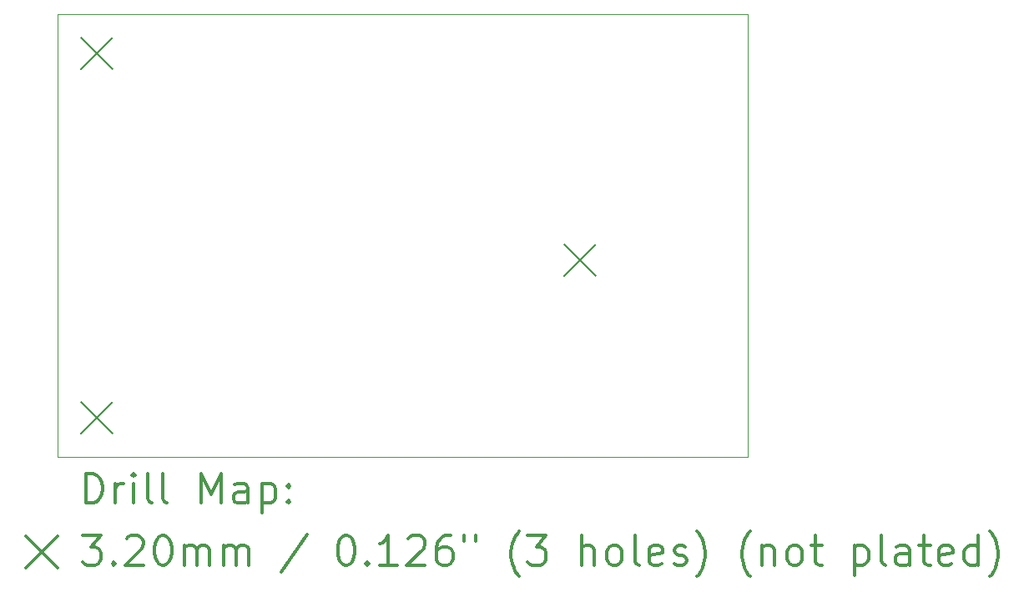
<source format=gbr>
%FSLAX45Y45*%
G04 Gerber Fmt 4.5, Leading zero omitted, Abs format (unit mm)*
G04 Created by KiCad (PCBNEW (5.1.4)-1) date 2020-02-18 17:56:02*
%MOMM*%
%LPD*%
G04 APERTURE LIST*
%ADD10C,0.050000*%
%ADD11C,0.200000*%
%ADD12C,0.300000*%
G04 APERTURE END LIST*
D10*
X10000000Y-9500000D02*
X10000000Y-5000000D01*
X17000000Y-9500000D02*
X10000000Y-9500000D01*
X17000000Y-5000000D02*
X17000000Y-9500000D01*
X10000000Y-5000000D02*
X17000000Y-5000000D01*
D11*
X15140000Y-7340000D02*
X15460000Y-7660000D01*
X15460000Y-7340000D02*
X15140000Y-7660000D01*
X10240000Y-5240000D02*
X10560000Y-5560000D01*
X10560000Y-5240000D02*
X10240000Y-5560000D01*
X10240000Y-8940000D02*
X10560000Y-9260000D01*
X10560000Y-8940000D02*
X10240000Y-9260000D01*
D12*
X10283928Y-9968214D02*
X10283928Y-9668214D01*
X10355357Y-9668214D01*
X10398214Y-9682500D01*
X10426786Y-9711072D01*
X10441071Y-9739643D01*
X10455357Y-9796786D01*
X10455357Y-9839643D01*
X10441071Y-9896786D01*
X10426786Y-9925357D01*
X10398214Y-9953929D01*
X10355357Y-9968214D01*
X10283928Y-9968214D01*
X10583928Y-9968214D02*
X10583928Y-9768214D01*
X10583928Y-9825357D02*
X10598214Y-9796786D01*
X10612500Y-9782500D01*
X10641071Y-9768214D01*
X10669643Y-9768214D01*
X10769643Y-9968214D02*
X10769643Y-9768214D01*
X10769643Y-9668214D02*
X10755357Y-9682500D01*
X10769643Y-9696786D01*
X10783928Y-9682500D01*
X10769643Y-9668214D01*
X10769643Y-9696786D01*
X10955357Y-9968214D02*
X10926786Y-9953929D01*
X10912500Y-9925357D01*
X10912500Y-9668214D01*
X11112500Y-9968214D02*
X11083928Y-9953929D01*
X11069643Y-9925357D01*
X11069643Y-9668214D01*
X11455357Y-9968214D02*
X11455357Y-9668214D01*
X11555357Y-9882500D01*
X11655357Y-9668214D01*
X11655357Y-9968214D01*
X11926786Y-9968214D02*
X11926786Y-9811072D01*
X11912500Y-9782500D01*
X11883928Y-9768214D01*
X11826786Y-9768214D01*
X11798214Y-9782500D01*
X11926786Y-9953929D02*
X11898214Y-9968214D01*
X11826786Y-9968214D01*
X11798214Y-9953929D01*
X11783928Y-9925357D01*
X11783928Y-9896786D01*
X11798214Y-9868214D01*
X11826786Y-9853929D01*
X11898214Y-9853929D01*
X11926786Y-9839643D01*
X12069643Y-9768214D02*
X12069643Y-10068214D01*
X12069643Y-9782500D02*
X12098214Y-9768214D01*
X12155357Y-9768214D01*
X12183928Y-9782500D01*
X12198214Y-9796786D01*
X12212500Y-9825357D01*
X12212500Y-9911072D01*
X12198214Y-9939643D01*
X12183928Y-9953929D01*
X12155357Y-9968214D01*
X12098214Y-9968214D01*
X12069643Y-9953929D01*
X12341071Y-9939643D02*
X12355357Y-9953929D01*
X12341071Y-9968214D01*
X12326786Y-9953929D01*
X12341071Y-9939643D01*
X12341071Y-9968214D01*
X12341071Y-9782500D02*
X12355357Y-9796786D01*
X12341071Y-9811072D01*
X12326786Y-9796786D01*
X12341071Y-9782500D01*
X12341071Y-9811072D01*
X9677500Y-10302500D02*
X9997500Y-10622500D01*
X9997500Y-10302500D02*
X9677500Y-10622500D01*
X10255357Y-10298214D02*
X10441071Y-10298214D01*
X10341071Y-10412500D01*
X10383928Y-10412500D01*
X10412500Y-10426786D01*
X10426786Y-10441072D01*
X10441071Y-10469643D01*
X10441071Y-10541072D01*
X10426786Y-10569643D01*
X10412500Y-10583929D01*
X10383928Y-10598214D01*
X10298214Y-10598214D01*
X10269643Y-10583929D01*
X10255357Y-10569643D01*
X10569643Y-10569643D02*
X10583928Y-10583929D01*
X10569643Y-10598214D01*
X10555357Y-10583929D01*
X10569643Y-10569643D01*
X10569643Y-10598214D01*
X10698214Y-10326786D02*
X10712500Y-10312500D01*
X10741071Y-10298214D01*
X10812500Y-10298214D01*
X10841071Y-10312500D01*
X10855357Y-10326786D01*
X10869643Y-10355357D01*
X10869643Y-10383929D01*
X10855357Y-10426786D01*
X10683928Y-10598214D01*
X10869643Y-10598214D01*
X11055357Y-10298214D02*
X11083928Y-10298214D01*
X11112500Y-10312500D01*
X11126786Y-10326786D01*
X11141071Y-10355357D01*
X11155357Y-10412500D01*
X11155357Y-10483929D01*
X11141071Y-10541072D01*
X11126786Y-10569643D01*
X11112500Y-10583929D01*
X11083928Y-10598214D01*
X11055357Y-10598214D01*
X11026786Y-10583929D01*
X11012500Y-10569643D01*
X10998214Y-10541072D01*
X10983928Y-10483929D01*
X10983928Y-10412500D01*
X10998214Y-10355357D01*
X11012500Y-10326786D01*
X11026786Y-10312500D01*
X11055357Y-10298214D01*
X11283928Y-10598214D02*
X11283928Y-10398214D01*
X11283928Y-10426786D02*
X11298214Y-10412500D01*
X11326786Y-10398214D01*
X11369643Y-10398214D01*
X11398214Y-10412500D01*
X11412500Y-10441072D01*
X11412500Y-10598214D01*
X11412500Y-10441072D02*
X11426786Y-10412500D01*
X11455357Y-10398214D01*
X11498214Y-10398214D01*
X11526786Y-10412500D01*
X11541071Y-10441072D01*
X11541071Y-10598214D01*
X11683928Y-10598214D02*
X11683928Y-10398214D01*
X11683928Y-10426786D02*
X11698214Y-10412500D01*
X11726786Y-10398214D01*
X11769643Y-10398214D01*
X11798214Y-10412500D01*
X11812500Y-10441072D01*
X11812500Y-10598214D01*
X11812500Y-10441072D02*
X11826786Y-10412500D01*
X11855357Y-10398214D01*
X11898214Y-10398214D01*
X11926786Y-10412500D01*
X11941071Y-10441072D01*
X11941071Y-10598214D01*
X12526786Y-10283929D02*
X12269643Y-10669643D01*
X12912500Y-10298214D02*
X12941071Y-10298214D01*
X12969643Y-10312500D01*
X12983928Y-10326786D01*
X12998214Y-10355357D01*
X13012500Y-10412500D01*
X13012500Y-10483929D01*
X12998214Y-10541072D01*
X12983928Y-10569643D01*
X12969643Y-10583929D01*
X12941071Y-10598214D01*
X12912500Y-10598214D01*
X12883928Y-10583929D01*
X12869643Y-10569643D01*
X12855357Y-10541072D01*
X12841071Y-10483929D01*
X12841071Y-10412500D01*
X12855357Y-10355357D01*
X12869643Y-10326786D01*
X12883928Y-10312500D01*
X12912500Y-10298214D01*
X13141071Y-10569643D02*
X13155357Y-10583929D01*
X13141071Y-10598214D01*
X13126786Y-10583929D01*
X13141071Y-10569643D01*
X13141071Y-10598214D01*
X13441071Y-10598214D02*
X13269643Y-10598214D01*
X13355357Y-10598214D02*
X13355357Y-10298214D01*
X13326786Y-10341072D01*
X13298214Y-10369643D01*
X13269643Y-10383929D01*
X13555357Y-10326786D02*
X13569643Y-10312500D01*
X13598214Y-10298214D01*
X13669643Y-10298214D01*
X13698214Y-10312500D01*
X13712500Y-10326786D01*
X13726786Y-10355357D01*
X13726786Y-10383929D01*
X13712500Y-10426786D01*
X13541071Y-10598214D01*
X13726786Y-10598214D01*
X13983928Y-10298214D02*
X13926786Y-10298214D01*
X13898214Y-10312500D01*
X13883928Y-10326786D01*
X13855357Y-10369643D01*
X13841071Y-10426786D01*
X13841071Y-10541072D01*
X13855357Y-10569643D01*
X13869643Y-10583929D01*
X13898214Y-10598214D01*
X13955357Y-10598214D01*
X13983928Y-10583929D01*
X13998214Y-10569643D01*
X14012500Y-10541072D01*
X14012500Y-10469643D01*
X13998214Y-10441072D01*
X13983928Y-10426786D01*
X13955357Y-10412500D01*
X13898214Y-10412500D01*
X13869643Y-10426786D01*
X13855357Y-10441072D01*
X13841071Y-10469643D01*
X14126786Y-10298214D02*
X14126786Y-10355357D01*
X14241071Y-10298214D02*
X14241071Y-10355357D01*
X14683928Y-10712500D02*
X14669643Y-10698214D01*
X14641071Y-10655357D01*
X14626786Y-10626786D01*
X14612500Y-10583929D01*
X14598214Y-10512500D01*
X14598214Y-10455357D01*
X14612500Y-10383929D01*
X14626786Y-10341072D01*
X14641071Y-10312500D01*
X14669643Y-10269643D01*
X14683928Y-10255357D01*
X14769643Y-10298214D02*
X14955357Y-10298214D01*
X14855357Y-10412500D01*
X14898214Y-10412500D01*
X14926786Y-10426786D01*
X14941071Y-10441072D01*
X14955357Y-10469643D01*
X14955357Y-10541072D01*
X14941071Y-10569643D01*
X14926786Y-10583929D01*
X14898214Y-10598214D01*
X14812500Y-10598214D01*
X14783928Y-10583929D01*
X14769643Y-10569643D01*
X15312500Y-10598214D02*
X15312500Y-10298214D01*
X15441071Y-10598214D02*
X15441071Y-10441072D01*
X15426786Y-10412500D01*
X15398214Y-10398214D01*
X15355357Y-10398214D01*
X15326786Y-10412500D01*
X15312500Y-10426786D01*
X15626786Y-10598214D02*
X15598214Y-10583929D01*
X15583928Y-10569643D01*
X15569643Y-10541072D01*
X15569643Y-10455357D01*
X15583928Y-10426786D01*
X15598214Y-10412500D01*
X15626786Y-10398214D01*
X15669643Y-10398214D01*
X15698214Y-10412500D01*
X15712500Y-10426786D01*
X15726786Y-10455357D01*
X15726786Y-10541072D01*
X15712500Y-10569643D01*
X15698214Y-10583929D01*
X15669643Y-10598214D01*
X15626786Y-10598214D01*
X15898214Y-10598214D02*
X15869643Y-10583929D01*
X15855357Y-10555357D01*
X15855357Y-10298214D01*
X16126786Y-10583929D02*
X16098214Y-10598214D01*
X16041071Y-10598214D01*
X16012500Y-10583929D01*
X15998214Y-10555357D01*
X15998214Y-10441072D01*
X16012500Y-10412500D01*
X16041071Y-10398214D01*
X16098214Y-10398214D01*
X16126786Y-10412500D01*
X16141071Y-10441072D01*
X16141071Y-10469643D01*
X15998214Y-10498214D01*
X16255357Y-10583929D02*
X16283928Y-10598214D01*
X16341071Y-10598214D01*
X16369643Y-10583929D01*
X16383928Y-10555357D01*
X16383928Y-10541072D01*
X16369643Y-10512500D01*
X16341071Y-10498214D01*
X16298214Y-10498214D01*
X16269643Y-10483929D01*
X16255357Y-10455357D01*
X16255357Y-10441072D01*
X16269643Y-10412500D01*
X16298214Y-10398214D01*
X16341071Y-10398214D01*
X16369643Y-10412500D01*
X16483928Y-10712500D02*
X16498214Y-10698214D01*
X16526786Y-10655357D01*
X16541071Y-10626786D01*
X16555357Y-10583929D01*
X16569643Y-10512500D01*
X16569643Y-10455357D01*
X16555357Y-10383929D01*
X16541071Y-10341072D01*
X16526786Y-10312500D01*
X16498214Y-10269643D01*
X16483928Y-10255357D01*
X17026786Y-10712500D02*
X17012500Y-10698214D01*
X16983928Y-10655357D01*
X16969643Y-10626786D01*
X16955357Y-10583929D01*
X16941071Y-10512500D01*
X16941071Y-10455357D01*
X16955357Y-10383929D01*
X16969643Y-10341072D01*
X16983928Y-10312500D01*
X17012500Y-10269643D01*
X17026786Y-10255357D01*
X17141071Y-10398214D02*
X17141071Y-10598214D01*
X17141071Y-10426786D02*
X17155357Y-10412500D01*
X17183928Y-10398214D01*
X17226786Y-10398214D01*
X17255357Y-10412500D01*
X17269643Y-10441072D01*
X17269643Y-10598214D01*
X17455357Y-10598214D02*
X17426786Y-10583929D01*
X17412500Y-10569643D01*
X17398214Y-10541072D01*
X17398214Y-10455357D01*
X17412500Y-10426786D01*
X17426786Y-10412500D01*
X17455357Y-10398214D01*
X17498214Y-10398214D01*
X17526786Y-10412500D01*
X17541071Y-10426786D01*
X17555357Y-10455357D01*
X17555357Y-10541072D01*
X17541071Y-10569643D01*
X17526786Y-10583929D01*
X17498214Y-10598214D01*
X17455357Y-10598214D01*
X17641071Y-10398214D02*
X17755357Y-10398214D01*
X17683928Y-10298214D02*
X17683928Y-10555357D01*
X17698214Y-10583929D01*
X17726786Y-10598214D01*
X17755357Y-10598214D01*
X18083928Y-10398214D02*
X18083928Y-10698214D01*
X18083928Y-10412500D02*
X18112500Y-10398214D01*
X18169643Y-10398214D01*
X18198214Y-10412500D01*
X18212500Y-10426786D01*
X18226786Y-10455357D01*
X18226786Y-10541072D01*
X18212500Y-10569643D01*
X18198214Y-10583929D01*
X18169643Y-10598214D01*
X18112500Y-10598214D01*
X18083928Y-10583929D01*
X18398214Y-10598214D02*
X18369643Y-10583929D01*
X18355357Y-10555357D01*
X18355357Y-10298214D01*
X18641071Y-10598214D02*
X18641071Y-10441072D01*
X18626786Y-10412500D01*
X18598214Y-10398214D01*
X18541071Y-10398214D01*
X18512500Y-10412500D01*
X18641071Y-10583929D02*
X18612500Y-10598214D01*
X18541071Y-10598214D01*
X18512500Y-10583929D01*
X18498214Y-10555357D01*
X18498214Y-10526786D01*
X18512500Y-10498214D01*
X18541071Y-10483929D01*
X18612500Y-10483929D01*
X18641071Y-10469643D01*
X18741071Y-10398214D02*
X18855357Y-10398214D01*
X18783928Y-10298214D02*
X18783928Y-10555357D01*
X18798214Y-10583929D01*
X18826786Y-10598214D01*
X18855357Y-10598214D01*
X19069643Y-10583929D02*
X19041071Y-10598214D01*
X18983928Y-10598214D01*
X18955357Y-10583929D01*
X18941071Y-10555357D01*
X18941071Y-10441072D01*
X18955357Y-10412500D01*
X18983928Y-10398214D01*
X19041071Y-10398214D01*
X19069643Y-10412500D01*
X19083928Y-10441072D01*
X19083928Y-10469643D01*
X18941071Y-10498214D01*
X19341071Y-10598214D02*
X19341071Y-10298214D01*
X19341071Y-10583929D02*
X19312500Y-10598214D01*
X19255357Y-10598214D01*
X19226786Y-10583929D01*
X19212500Y-10569643D01*
X19198214Y-10541072D01*
X19198214Y-10455357D01*
X19212500Y-10426786D01*
X19226786Y-10412500D01*
X19255357Y-10398214D01*
X19312500Y-10398214D01*
X19341071Y-10412500D01*
X19455357Y-10712500D02*
X19469643Y-10698214D01*
X19498214Y-10655357D01*
X19512500Y-10626786D01*
X19526786Y-10583929D01*
X19541071Y-10512500D01*
X19541071Y-10455357D01*
X19526786Y-10383929D01*
X19512500Y-10341072D01*
X19498214Y-10312500D01*
X19469643Y-10269643D01*
X19455357Y-10255357D01*
M02*

</source>
